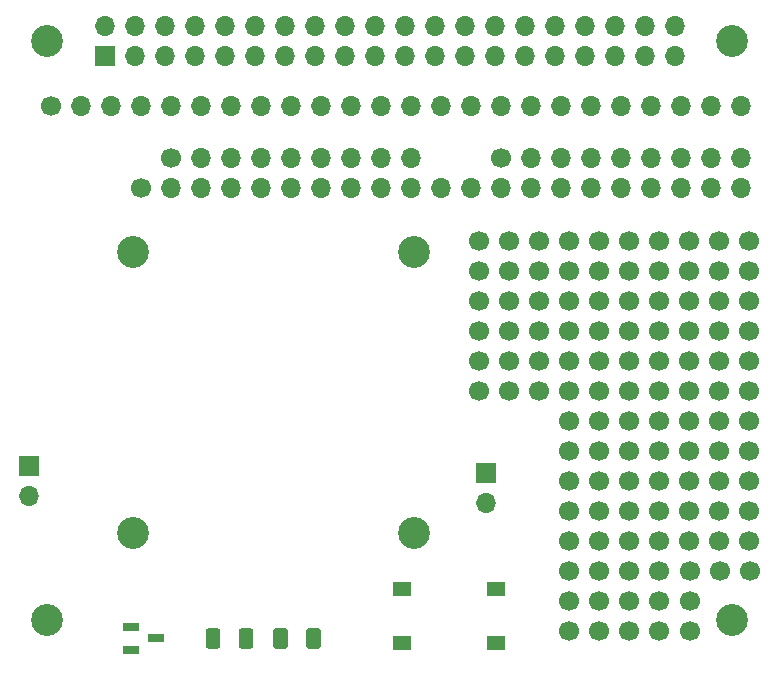
<source format=gts>
G04 #@! TF.GenerationSoftware,KiCad,Pcbnew,(5.1.6-0-10_14)*
G04 #@! TF.CreationDate,2022-10-13T19:28:45-07:00*
G04 #@! TF.ProjectId,RaspberryPiProtoHat,52617370-6265-4727-9279-506950726f74,rev?*
G04 #@! TF.SameCoordinates,Original*
G04 #@! TF.FileFunction,Soldermask,Top*
G04 #@! TF.FilePolarity,Negative*
%FSLAX46Y46*%
G04 Gerber Fmt 4.6, Leading zero omitted, Abs format (unit mm)*
G04 Created by KiCad (PCBNEW (5.1.6-0-10_14)) date 2022-10-13 19:28:45*
%MOMM*%
%LPD*%
G01*
G04 APERTURE LIST*
%ADD10C,1.700000*%
%ADD11C,2.700000*%
%ADD12O,1.700000X1.700000*%
%ADD13R,1.550000X1.300000*%
%ADD14R,1.440000X0.740000*%
%ADD15R,1.700000X1.700000*%
G04 APERTURE END LIST*
D10*
X257912000Y-147460000D03*
X257912000Y-144920000D03*
X262992000Y-142380000D03*
X260452000Y-142380000D03*
X257912000Y-142380000D03*
D11*
X234535000Y-115370000D03*
X210735000Y-139170000D03*
D12*
X262230000Y-107455000D03*
X259690000Y-107455000D03*
X257150000Y-107455000D03*
X254610000Y-107455000D03*
X252070000Y-107455000D03*
X249530000Y-107455000D03*
X246990000Y-107455000D03*
X244450000Y-107455000D03*
D10*
X241910000Y-107455000D03*
D12*
X234290000Y-107455000D03*
X231750000Y-107455000D03*
X229210000Y-107455000D03*
X226670000Y-107455000D03*
X224130000Y-107455000D03*
X221590000Y-107455000D03*
X219050000Y-107455000D03*
X216510000Y-107455000D03*
D10*
X213970000Y-107455000D03*
D12*
X262230000Y-109995000D03*
X259690000Y-109995000D03*
X257150000Y-109995000D03*
X254610000Y-109995000D03*
X252070000Y-109995000D03*
X249530000Y-109995000D03*
X246990000Y-109995000D03*
X244450000Y-109995000D03*
X241910000Y-109995000D03*
X239370000Y-109995000D03*
X236830000Y-109995000D03*
X234290000Y-109995000D03*
X231750000Y-109995000D03*
X229210000Y-109995000D03*
X226670000Y-109995000D03*
X224130000Y-109995000D03*
X221590000Y-109995000D03*
X219050000Y-109995000D03*
X216510000Y-109995000D03*
X213970000Y-109995000D03*
D10*
X211430000Y-109995000D03*
D12*
X262230000Y-103010000D03*
X259690000Y-103010000D03*
X257150000Y-103010000D03*
X254610000Y-103010000D03*
X252070000Y-103010000D03*
X249530000Y-103010000D03*
X246990000Y-103010000D03*
X244450000Y-103010000D03*
X241910000Y-103010000D03*
X239370000Y-103010000D03*
X236830000Y-103010000D03*
X234290000Y-103010000D03*
X231750000Y-103010000D03*
X229210000Y-103010000D03*
X226670000Y-103010000D03*
X224130000Y-103010000D03*
X221590000Y-103010000D03*
X219050000Y-103010000D03*
X216510000Y-103010000D03*
X213970000Y-103010000D03*
X211430000Y-103010000D03*
X208890000Y-103010000D03*
X206350000Y-103010000D03*
D10*
X203810000Y-103010000D03*
X255245000Y-147460000D03*
X252705000Y-147460000D03*
X250165000Y-147460000D03*
X247625000Y-147460000D03*
X255245000Y-144920000D03*
X252705000Y-144920000D03*
X250165000Y-144920000D03*
X247625000Y-144920000D03*
X255245000Y-142380000D03*
X252705000Y-142380000D03*
X250165000Y-142380000D03*
X247625000Y-142380000D03*
X262865000Y-139840000D03*
X260325000Y-139840000D03*
X257785000Y-139840000D03*
X255245000Y-139840000D03*
X252705000Y-139840000D03*
X250165000Y-139840000D03*
X247625000Y-139840000D03*
X262865000Y-137300000D03*
X260325000Y-137300000D03*
X257785000Y-137300000D03*
X255245000Y-137300000D03*
X252705000Y-137300000D03*
X250165000Y-137300000D03*
X247625000Y-137300000D03*
X262865000Y-134760000D03*
X260325000Y-134760000D03*
X257785000Y-134760000D03*
X255245000Y-134760000D03*
X252705000Y-134760000D03*
X250165000Y-134760000D03*
X247625000Y-134760000D03*
X262865000Y-132220000D03*
X260325000Y-132220000D03*
X257785000Y-132220000D03*
X255245000Y-132220000D03*
X252705000Y-132220000D03*
X250165000Y-132220000D03*
X247625000Y-132220000D03*
X262865000Y-129680000D03*
X260325000Y-129680000D03*
X257785000Y-129680000D03*
X255245000Y-129680000D03*
X252705000Y-129680000D03*
X250165000Y-129680000D03*
X247625000Y-129680000D03*
X262865000Y-127140000D03*
X260325000Y-127140000D03*
X257785000Y-127140000D03*
X255245000Y-127140000D03*
X252705000Y-127140000D03*
X250165000Y-127140000D03*
X247625000Y-127140000D03*
X245085000Y-127140000D03*
X242545000Y-127140000D03*
X240005000Y-127140000D03*
X262865000Y-124600000D03*
X260325000Y-124600000D03*
X257785000Y-124600000D03*
X255245000Y-124600000D03*
X252705000Y-124600000D03*
X250165000Y-124600000D03*
X247625000Y-124600000D03*
X245085000Y-124600000D03*
X242545000Y-124600000D03*
X240005000Y-124600000D03*
X262865000Y-122060000D03*
X260325000Y-122060000D03*
X257785000Y-122060000D03*
X255245000Y-122060000D03*
X252705000Y-122060000D03*
X250165000Y-122060000D03*
X247625000Y-122060000D03*
X245085000Y-122060000D03*
X242545000Y-122060000D03*
X240005000Y-122060000D03*
X262865000Y-119520000D03*
X260325000Y-119520000D03*
X257785000Y-119520000D03*
X255245000Y-119520000D03*
X252705000Y-119520000D03*
X250165000Y-119520000D03*
X247625000Y-119520000D03*
X245085000Y-119520000D03*
X242545000Y-119520000D03*
X240005000Y-119520000D03*
X262865000Y-116980000D03*
X260325000Y-116980000D03*
X257785000Y-116980000D03*
X255245000Y-116980000D03*
X252705000Y-116980000D03*
X250165000Y-116980000D03*
X247625000Y-116980000D03*
X245085000Y-116980000D03*
X242545000Y-116980000D03*
X240005000Y-116980000D03*
X262865000Y-114440000D03*
X260325000Y-114440000D03*
X257785000Y-114440000D03*
X255245000Y-114440000D03*
X252705000Y-114440000D03*
X250165000Y-114440000D03*
X247625000Y-114440000D03*
X245085000Y-114440000D03*
X242545000Y-114440000D03*
D11*
X261500000Y-146500000D03*
D10*
X240005000Y-114440000D03*
D13*
X233490000Y-148440000D03*
X233490000Y-143940000D03*
X241440000Y-143940000D03*
X241440000Y-148440000D03*
G36*
G01*
X222610000Y-148720000D02*
X222610000Y-147470000D01*
G75*
G02*
X222860000Y-147220000I250000J0D01*
G01*
X223610000Y-147220000D01*
G75*
G02*
X223860000Y-147470000I0J-250000D01*
G01*
X223860000Y-148720000D01*
G75*
G02*
X223610000Y-148970000I-250000J0D01*
G01*
X222860000Y-148970000D01*
G75*
G02*
X222610000Y-148720000I0J250000D01*
G01*
G37*
G36*
G01*
X225410000Y-148720000D02*
X225410000Y-147470000D01*
G75*
G02*
X225660000Y-147220000I250000J0D01*
G01*
X226410000Y-147220000D01*
G75*
G02*
X226660000Y-147470000I0J-250000D01*
G01*
X226660000Y-148720000D01*
G75*
G02*
X226410000Y-148970000I-250000J0D01*
G01*
X225660000Y-148970000D01*
G75*
G02*
X225410000Y-148720000I0J250000D01*
G01*
G37*
D14*
X212700000Y-148095000D03*
X210600000Y-149045000D03*
X210600000Y-147145000D03*
D11*
X234535000Y-139170000D03*
X210735000Y-115370000D03*
G36*
G01*
X216895000Y-148720000D02*
X216895000Y-147470000D01*
G75*
G02*
X217145000Y-147220000I250000J0D01*
G01*
X217895000Y-147220000D01*
G75*
G02*
X218145000Y-147470000I0J-250000D01*
G01*
X218145000Y-148720000D01*
G75*
G02*
X217895000Y-148970000I-250000J0D01*
G01*
X217145000Y-148970000D01*
G75*
G02*
X216895000Y-148720000I0J250000D01*
G01*
G37*
G36*
G01*
X219695000Y-148720000D02*
X219695000Y-147470000D01*
G75*
G02*
X219945000Y-147220000I250000J0D01*
G01*
X220695000Y-147220000D01*
G75*
G02*
X220945000Y-147470000I0J-250000D01*
G01*
X220945000Y-148720000D01*
G75*
G02*
X220695000Y-148970000I-250000J0D01*
G01*
X219945000Y-148970000D01*
G75*
G02*
X219695000Y-148720000I0J250000D01*
G01*
G37*
D12*
X240640000Y-136665000D03*
D15*
X240640000Y-134125000D03*
D12*
X201905000Y-136030000D03*
D15*
X201905000Y-133490000D03*
D12*
X256630000Y-96230000D03*
X256630000Y-98770000D03*
X254090000Y-96230000D03*
X254090000Y-98770000D03*
X251550000Y-96230000D03*
X251550000Y-98770000D03*
X249010000Y-96230000D03*
X249010000Y-98770000D03*
X246470000Y-96230000D03*
X246470000Y-98770000D03*
X243930000Y-96230000D03*
X243930000Y-98770000D03*
X241390000Y-96230000D03*
X241390000Y-98770000D03*
X238850000Y-96230000D03*
X238850000Y-98770000D03*
X236310000Y-96230000D03*
X236310000Y-98770000D03*
X233770000Y-96230000D03*
X233770000Y-98770000D03*
X231230000Y-96230000D03*
X231230000Y-98770000D03*
X228690000Y-96230000D03*
X228690000Y-98770000D03*
X226150000Y-96230000D03*
X226150000Y-98770000D03*
X223610000Y-96230000D03*
X223610000Y-98770000D03*
X221070000Y-96230000D03*
X221070000Y-98770000D03*
X218530000Y-96230000D03*
X218530000Y-98770000D03*
X215990000Y-96230000D03*
X215990000Y-98770000D03*
X213450000Y-96230000D03*
X213450000Y-98770000D03*
X210910000Y-96230000D03*
X210910000Y-98770000D03*
X208370000Y-96230000D03*
D15*
X208370000Y-98770000D03*
D11*
X203500000Y-146500000D03*
X261500000Y-97500000D03*
X203500000Y-97500000D03*
M02*

</source>
